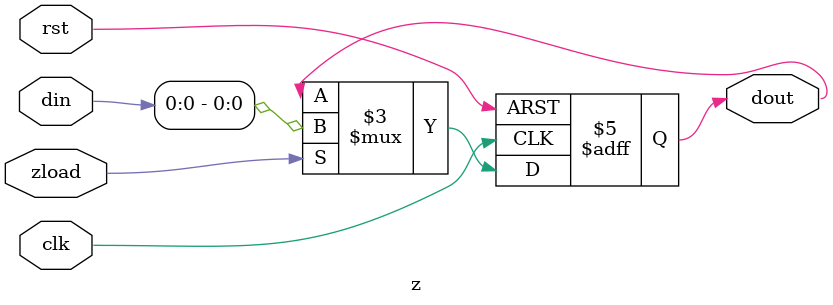
<source format=v>
/*标志寄存器*/
module z(din,clk,rst, zload,dout);
input [7:0] din;
output dout;
reg dout;
input clk,rst,zload;
always@(posedge clk or negedge rst)
begin
	if(rst==0)
		dout<=0;
	else if(zload)
		dout<=din;
end
endmodule
</source>
